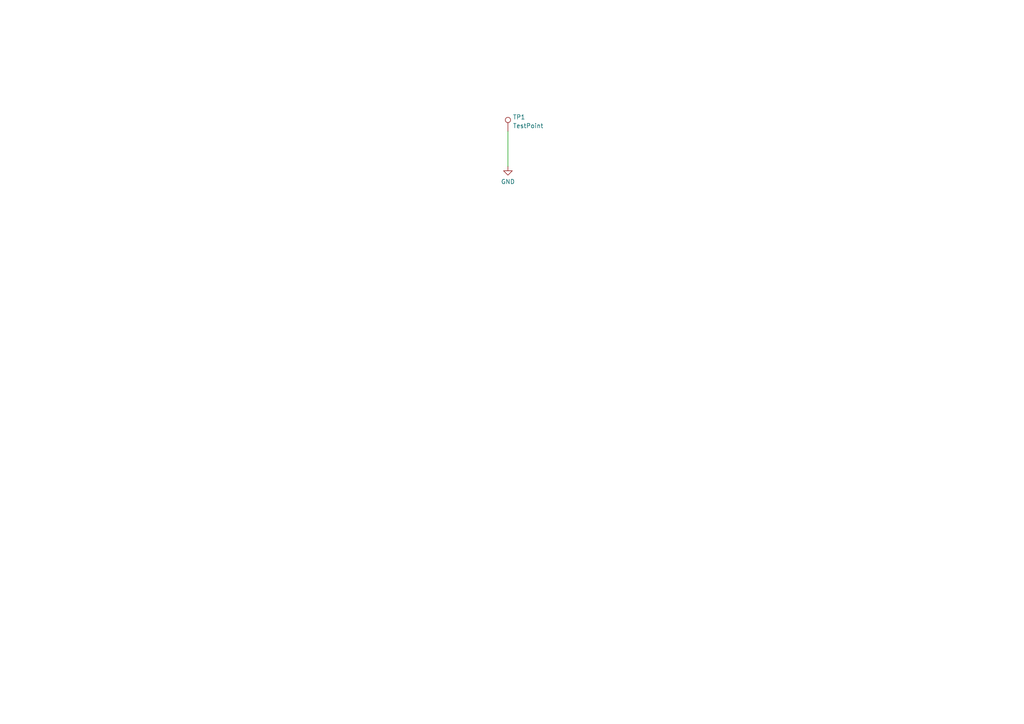
<source format=kicad_sch>
(kicad_sch (version 20211123) (generator eeschema)
  (paper "A4")
  (lib_symbols
    (symbol "Connector:TestPoint" (pin_numbers hide) (pin_names (offset 0.762) hide)
      (property "Reference" "TP" (at 0 6.858 0))
      (property "Value" "TestPoint" (at 0 5.08 0))
      (symbol "TestPoint_0_1"
        (circle (center 0 3.302) (radius 0.762))
      )
      (symbol "TestPoint_1_1"
        (pin passive line (at 0 0 90) (length 2.54) (name "1") (number "1"))
      )
    )
    (symbol "power:GND" (power) (pin_names (offset 0))
      (property "Value" "GND" (at 0 -3.81 0))
      (symbol "GND_0_1"
        (polyline (pts (xy 0 0) (xy 0 -1.27) (xy 1.27 -1.27) (xy 0 -2.54) (xy -1.27 -1.27) (xy 0 -1.27)))
      )
      (symbol "GND_1_1"
        (pin power_in line (at 0 0 270) (length 0) hide (name "GND") (number "1"))
      )
    )
  )
  (wire (pts (xy 147.32 38.1) (xy 147.32 48.26)))
  (symbol (lib_id "Connector:TestPoint") (at 147.32 38.1 0) (unit 1)
    (property "Reference" "TP1" (at 148.717 33.9633 0) (effects (justify left)))
    (property "Value" "TestPoint" (at 148.717 36.5002 0) (effects (justify left)))
    (property "Footprint" "TestPoint:TestPoint_Pad_1.0x1.0mm" (effects hide))
  )
  (symbol (lib_id "power:GND") (at 147.32 48.26 0) (unit 1)
    (property "Reference" "#PWR0101" (effects hide))
    (property "Value" "GND" (at 147.32 52.7034 0))
  )
)
</source>
